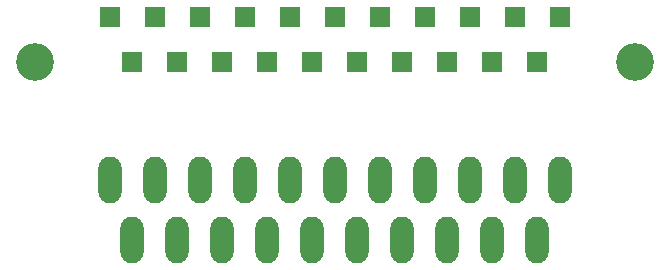
<source format=gts>
G04 #@! TF.GenerationSoftware,KiCad,Pcbnew,(6.0.4)*
G04 #@! TF.CreationDate,2022-12-30T23:51:46-05:00*
G04 #@! TF.ProjectId,SCART TV side breakout,53434152-5420-4545-9620-736964652062,rev?*
G04 #@! TF.SameCoordinates,Original*
G04 #@! TF.FileFunction,Soldermask,Top*
G04 #@! TF.FilePolarity,Negative*
%FSLAX46Y46*%
G04 Gerber Fmt 4.6, Leading zero omitted, Abs format (unit mm)*
G04 Created by KiCad (PCBNEW (6.0.4)) date 2022-12-30 23:51:46*
%MOMM*%
%LPD*%
G01*
G04 APERTURE LIST*
%ADD10R,1.700000X1.700000*%
%ADD11C,3.200000*%
%ADD12O,1.981200X3.962400*%
G04 APERTURE END LIST*
D10*
X146685000Y-161925000D03*
X129540000Y-165735000D03*
X118110000Y-165735000D03*
D11*
X102235000Y-165735000D03*
D10*
X110490000Y-165735000D03*
X121920000Y-165735000D03*
D11*
X153035000Y-165735000D03*
D10*
X108585000Y-161925000D03*
X133350000Y-165735000D03*
X137160000Y-165735000D03*
X114300000Y-165735000D03*
X116205000Y-161925000D03*
X142875000Y-161925000D03*
X139065000Y-161925000D03*
X120015000Y-161925000D03*
X144780000Y-165735000D03*
D12*
X146685000Y-175768000D03*
X144780000Y-180848000D03*
X142875000Y-175768000D03*
X140970000Y-180848000D03*
X139065000Y-175768000D03*
X137160000Y-180848000D03*
X135255000Y-175768000D03*
X133350000Y-180848000D03*
X131445000Y-175768000D03*
X129540000Y-180848000D03*
X127635000Y-175768000D03*
X125730000Y-180848000D03*
X123825000Y-175768000D03*
X121920000Y-180848000D03*
X120015000Y-175768000D03*
X118110000Y-180848000D03*
X116205000Y-175768000D03*
X114300000Y-180848000D03*
X112395000Y-175768000D03*
X110490000Y-180848000D03*
X108585000Y-175768000D03*
D10*
X127635000Y-161925000D03*
X140970000Y-165735000D03*
X135255000Y-161925000D03*
X131445000Y-161925000D03*
X112395000Y-161925000D03*
X123825000Y-161925000D03*
X125730000Y-165735000D03*
M02*

</source>
